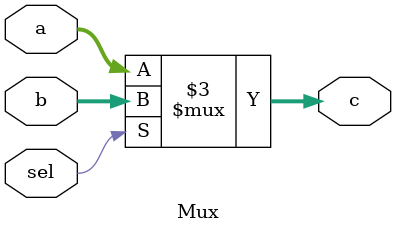
<source format=sv>
module Mux
(
   input  logic [31:0] a,
   input  logic [31:0] b,
   input  logic        sel,
   output logic [31:0] c
);

always_comb begin

   if (sel) begin
      c = b; 
   end 

   else begin
      c = a; 
   end

end
endmodule
</source>
